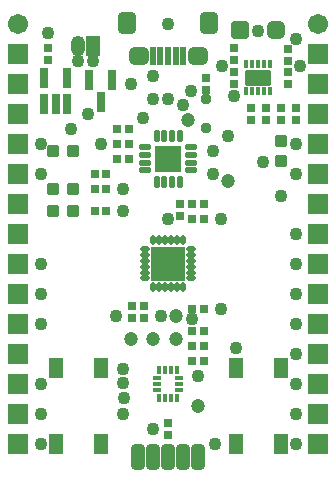
<source format=gts>
G04*
G04 #@! TF.GenerationSoftware,Altium Limited,Altium Designer,21.2.2 (38)*
G04*
G04 Layer_Color=8388736*
%FSLAX25Y25*%
%MOIN*%
G70*
G04*
G04 #@! TF.SameCoordinates,0000E620-6A5C-4488-86E2-F855693774CC*
G04*
G04*
G04 #@! TF.FilePolarity,Negative*
G04*
G01*
G75*
%ADD34R,0.02500X0.01400*%
%ADD35R,0.01400X0.02500*%
G04:AMPARAMS|DCode=39|XSize=39.89mil|YSize=20.6mil|CornerRadius=7.15mil|HoleSize=0mil|Usage=FLASHONLY|Rotation=180.000|XOffset=0mil|YOffset=0mil|HoleType=Round|Shape=RoundedRectangle|*
%AMROUNDEDRECTD39*
21,1,0.03989,0.00630,0,0,180.0*
21,1,0.02559,0.02060,0,0,180.0*
1,1,0.01430,-0.01280,0.00315*
1,1,0.01430,0.01280,0.00315*
1,1,0.01430,0.01280,-0.00315*
1,1,0.01430,-0.01280,-0.00315*
%
%ADD39ROUNDEDRECTD39*%
G04:AMPARAMS|DCode=40|XSize=39.89mil|YSize=20.6mil|CornerRadius=7.15mil|HoleSize=0mil|Usage=FLASHONLY|Rotation=270.000|XOffset=0mil|YOffset=0mil|HoleType=Round|Shape=RoundedRectangle|*
%AMROUNDEDRECTD40*
21,1,0.03989,0.00630,0,0,270.0*
21,1,0.02559,0.02060,0,0,270.0*
1,1,0.01430,-0.00315,-0.01280*
1,1,0.01430,-0.00315,0.01280*
1,1,0.01430,0.00315,0.01280*
1,1,0.01430,0.00315,-0.01280*
%
%ADD40ROUNDEDRECTD40*%
%ADD41R,0.09068X0.09068*%
%ADD42C,0.04737*%
%ADD43R,0.02965X0.06509*%
%ADD44R,0.02965X0.06509*%
%ADD45R,0.04737X0.07099*%
%ADD46R,0.02769X0.03162*%
%ADD47R,0.03162X0.02769*%
%ADD48R,0.03162X0.06706*%
G04:AMPARAMS|DCode=49|XSize=31.62mil|YSize=35.56mil|CornerRadius=6.95mil|HoleSize=0mil|Usage=FLASHONLY|Rotation=90.000|XOffset=0mil|YOffset=0mil|HoleType=Round|Shape=RoundedRectangle|*
%AMROUNDEDRECTD49*
21,1,0.03162,0.02165,0,0,90.0*
21,1,0.01772,0.03556,0,0,90.0*
1,1,0.01391,0.01083,0.00886*
1,1,0.01391,0.01083,-0.00886*
1,1,0.01391,-0.01083,-0.00886*
1,1,0.01391,-0.01083,0.00886*
%
%ADD49ROUNDEDRECTD49*%
G04:AMPARAMS|DCode=50|XSize=59.18mil|YSize=59.18mil|CornerRadius=10.4mil|HoleSize=0mil|Usage=FLASHONLY|Rotation=180.000|XOffset=0mil|YOffset=0mil|HoleType=Round|Shape=RoundedRectangle|*
%AMROUNDEDRECTD50*
21,1,0.05918,0.03839,0,0,180.0*
21,1,0.03839,0.05918,0,0,180.0*
1,1,0.02080,-0.01919,0.01919*
1,1,0.02080,0.01919,0.01919*
1,1,0.02080,0.01919,-0.01919*
1,1,0.02080,-0.01919,-0.01919*
%
%ADD50ROUNDEDRECTD50*%
G04:AMPARAMS|DCode=51|XSize=59.18mil|YSize=59.18mil|CornerRadius=16.8mil|HoleSize=0mil|Usage=FLASHONLY|Rotation=180.000|XOffset=0mil|YOffset=0mil|HoleType=Round|Shape=RoundedRectangle|*
%AMROUNDEDRECTD51*
21,1,0.05918,0.02559,0,0,180.0*
21,1,0.02559,0.05918,0,0,180.0*
1,1,0.03359,-0.01280,0.01280*
1,1,0.03359,0.01280,0.01280*
1,1,0.03359,0.01280,-0.01280*
1,1,0.03359,-0.01280,-0.01280*
%
%ADD51ROUNDEDRECTD51*%
G04:AMPARAMS|DCode=52|XSize=86.74mil|YSize=55.24mil|CornerRadius=9.91mil|HoleSize=0mil|Usage=FLASHONLY|Rotation=0.000|XOffset=0mil|YOffset=0mil|HoleType=Round|Shape=RoundedRectangle|*
%AMROUNDEDRECTD52*
21,1,0.08674,0.03543,0,0,0.0*
21,1,0.06693,0.05524,0,0,0.0*
1,1,0.01981,0.03347,-0.01772*
1,1,0.01981,-0.03347,-0.01772*
1,1,0.01981,-0.03347,0.01772*
1,1,0.01981,0.03347,0.01772*
%
%ADD52ROUNDEDRECTD52*%
%ADD53R,0.01784X0.03162*%
G04:AMPARAMS|DCode=54|XSize=39.5mil|YSize=39.5mil|CornerRadius=7.94mil|HoleSize=0mil|Usage=FLASHONLY|Rotation=270.000|XOffset=0mil|YOffset=0mil|HoleType=Round|Shape=RoundedRectangle|*
%AMROUNDEDRECTD54*
21,1,0.03950,0.02362,0,0,270.0*
21,1,0.02362,0.03950,0,0,270.0*
1,1,0.01587,-0.01181,-0.01181*
1,1,0.01587,-0.01181,0.01181*
1,1,0.01587,0.01181,0.01181*
1,1,0.01587,0.01181,-0.01181*
%
%ADD54ROUNDEDRECTD54*%
%ADD55R,0.02375X0.06115*%
G04:AMPARAMS|DCode=56|XSize=47.37mil|YSize=86.74mil|CornerRadius=13.84mil|HoleSize=0mil|Usage=FLASHONLY|Rotation=0.000|XOffset=0mil|YOffset=0mil|HoleType=Round|Shape=RoundedRectangle|*
%AMROUNDEDRECTD56*
21,1,0.04737,0.05906,0,0,0.0*
21,1,0.01968,0.08674,0,0,0.0*
1,1,0.02769,0.00984,-0.02953*
1,1,0.02769,-0.00984,-0.02953*
1,1,0.02769,-0.00984,0.02953*
1,1,0.02769,0.00984,0.02953*
%
%ADD56ROUNDEDRECTD56*%
G04:AMPARAMS|DCode=57|XSize=39.5mil|YSize=39.5mil|CornerRadius=7.94mil|HoleSize=0mil|Usage=FLASHONLY|Rotation=180.000|XOffset=0mil|YOffset=0mil|HoleType=Round|Shape=RoundedRectangle|*
%AMROUNDEDRECTD57*
21,1,0.03950,0.02362,0,0,180.0*
21,1,0.02362,0.03950,0,0,180.0*
1,1,0.01587,-0.01181,0.01181*
1,1,0.01587,0.01181,0.01181*
1,1,0.01587,0.01181,-0.01181*
1,1,0.01587,-0.01181,-0.01181*
%
%ADD57ROUNDEDRECTD57*%
%ADD58O,0.03359X0.01981*%
%ADD59O,0.01981X0.03359*%
%ADD60R,0.11824X0.11824*%
%ADD61C,0.06706*%
%ADD62R,0.06706X0.06706*%
%ADD63C,0.03950*%
%ADD64R,0.06706X0.06706*%
%ADD65O,0.04737X0.06863*%
%ADD66R,0.04737X0.06800*%
G04:AMPARAMS|DCode=67|XSize=74.93mil|YSize=63.12mil|CornerRadius=17.78mil|HoleSize=0mil|Usage=FLASHONLY|Rotation=270.000|XOffset=0mil|YOffset=0mil|HoleType=Round|Shape=RoundedRectangle|*
%AMROUNDEDRECTD67*
21,1,0.07493,0.02756,0,0,270.0*
21,1,0.03937,0.06312,0,0,270.0*
1,1,0.03556,-0.01378,-0.01968*
1,1,0.03556,-0.01378,0.01968*
1,1,0.03556,0.01378,0.01968*
1,1,0.03556,0.01378,-0.01968*
%
%ADD67ROUNDEDRECTD67*%
G04:AMPARAMS|DCode=68|XSize=68mil|YSize=57.21mil|CornerRadius=16.3mil|HoleSize=0mil|Usage=FLASHONLY|Rotation=180.000|XOffset=0mil|YOffset=0mil|HoleType=Round|Shape=RoundedRectangle|*
%AMROUNDEDRECTD68*
21,1,0.06800,0.02461,0,0,180.0*
21,1,0.03539,0.05721,0,0,180.0*
1,1,0.03261,-0.01770,0.01230*
1,1,0.03261,0.01770,0.01230*
1,1,0.03261,0.01770,-0.01230*
1,1,0.03261,-0.01770,-0.01230*
%
%ADD68ROUNDEDRECTD68*%
%ADD69C,0.04343*%
D34*
X-3650Y8032D02*
D03*
Y10000D02*
D03*
Y11969D02*
D03*
X3650D02*
D03*
Y10000D02*
D03*
Y8032D02*
D03*
D35*
X-2953Y14650D02*
D03*
X-984D02*
D03*
X984D02*
D03*
X2953D02*
D03*
Y5350D02*
D03*
X984D02*
D03*
X-984D02*
D03*
X-2953D02*
D03*
D39*
X7677Y81161D02*
D03*
Y83720D02*
D03*
Y86279D02*
D03*
Y88839D02*
D03*
X-7677D02*
D03*
Y86279D02*
D03*
Y83720D02*
D03*
Y81161D02*
D03*
D40*
X3839Y92677D02*
D03*
X1280D02*
D03*
X-1280D02*
D03*
X-3839D02*
D03*
Y77323D02*
D03*
X-1280D02*
D03*
X1280D02*
D03*
X3839D02*
D03*
D41*
X0Y85000D02*
D03*
D42*
X20000Y77500D02*
D03*
X6500Y98000D02*
D03*
X10000Y2500D02*
D03*
X-12500Y25000D02*
D03*
X-5000D02*
D03*
X2500D02*
D03*
Y32500D02*
D03*
D43*
X-41240Y103268D02*
D03*
D44*
X-37500Y103268D02*
D03*
X-33760D02*
D03*
Y111732D02*
D03*
X-41240D02*
D03*
D45*
X-22520Y-10098D02*
D03*
X-37480D02*
D03*
Y15098D02*
D03*
X-22520D02*
D03*
X22520Y15098D02*
D03*
X37480D02*
D03*
Y-10098D02*
D03*
X22520D02*
D03*
D46*
X0Y-3032D02*
D03*
Y-6968D02*
D03*
X32500Y98032D02*
D03*
Y101969D02*
D03*
X37500Y101969D02*
D03*
Y98032D02*
D03*
X12500Y108031D02*
D03*
Y111969D02*
D03*
X27500Y98032D02*
D03*
Y101969D02*
D03*
X-40000Y118032D02*
D03*
Y121968D02*
D03*
X40000Y110031D02*
D03*
Y113969D02*
D03*
X42500Y98032D02*
D03*
Y101969D02*
D03*
X40000Y117532D02*
D03*
Y121468D02*
D03*
X22000Y113969D02*
D03*
Y110031D02*
D03*
X22000Y118032D02*
D03*
Y121968D02*
D03*
X4000Y69968D02*
D03*
Y66031D02*
D03*
X-8000Y35969D02*
D03*
Y32032D02*
D03*
X-12000Y32032D02*
D03*
Y35969D02*
D03*
D47*
X-13032Y95000D02*
D03*
X-16969D02*
D03*
X-24468Y75000D02*
D03*
X-20531D02*
D03*
Y67500D02*
D03*
X-24468D02*
D03*
X-20531Y80000D02*
D03*
X-24468D02*
D03*
X-13032Y85000D02*
D03*
X-16969D02*
D03*
X-13032Y90000D02*
D03*
X-16969D02*
D03*
X8032Y65000D02*
D03*
X11969D02*
D03*
X11969Y17500D02*
D03*
X8032D02*
D03*
Y27500D02*
D03*
X11969D02*
D03*
X11969Y22500D02*
D03*
X8032D02*
D03*
X11969Y70000D02*
D03*
X8032D02*
D03*
X11969Y35000D02*
D03*
X8032D02*
D03*
D48*
X-22500Y103760D02*
D03*
X-26240Y111240D02*
D03*
X-18760D02*
D03*
D49*
X12500Y104921D02*
D03*
Y95079D02*
D03*
D50*
X23898Y128000D02*
D03*
D51*
X36102D02*
D03*
D52*
X30000Y112000D02*
D03*
D53*
X26063Y107394D02*
D03*
X28032D02*
D03*
X30000D02*
D03*
X31969D02*
D03*
X33937D02*
D03*
X26063Y116606D02*
D03*
X28032D02*
D03*
X30000D02*
D03*
X31969D02*
D03*
X33937D02*
D03*
D54*
X37500Y90847D02*
D03*
Y84153D02*
D03*
D55*
X0Y119370D02*
D03*
X-2559D02*
D03*
X-5118D02*
D03*
X2559D02*
D03*
X5118D02*
D03*
D56*
X10000Y-14500D02*
D03*
X5000D02*
D03*
X0D02*
D03*
X-5000D02*
D03*
X-10000D02*
D03*
D57*
X-31653Y87500D02*
D03*
X-38346D02*
D03*
Y75000D02*
D03*
X-31653D02*
D03*
X-38346Y67500D02*
D03*
X-31653D02*
D03*
D58*
X7776Y45079D02*
D03*
Y47047D02*
D03*
Y49016D02*
D03*
Y50984D02*
D03*
Y52953D02*
D03*
Y54921D02*
D03*
X-7776D02*
D03*
Y52953D02*
D03*
Y50984D02*
D03*
Y49016D02*
D03*
Y47047D02*
D03*
Y45079D02*
D03*
D59*
X4921Y57776D02*
D03*
X2953D02*
D03*
X984D02*
D03*
X-984D02*
D03*
X-2953D02*
D03*
X-4921D02*
D03*
Y42224D02*
D03*
X-2953D02*
D03*
X-984D02*
D03*
X984D02*
D03*
X2953D02*
D03*
X4921D02*
D03*
D60*
X0Y50000D02*
D03*
D61*
X-50000Y130000D02*
D03*
X50000D02*
D03*
D62*
X-50000Y40000D02*
D03*
X50000Y0D02*
D03*
X50000Y80000D02*
D03*
X50000Y-10000D02*
D03*
X-50000Y0D02*
D03*
Y110000D02*
D03*
Y100000D02*
D03*
X50000Y30000D02*
D03*
Y20000D02*
D03*
Y10000D02*
D03*
Y40000D02*
D03*
Y50000D02*
D03*
Y60000D02*
D03*
Y70000D02*
D03*
Y110000D02*
D03*
X-50000Y120000D02*
D03*
X50000Y100000D02*
D03*
X-50000Y10000D02*
D03*
Y20000D02*
D03*
Y30000D02*
D03*
Y50000D02*
D03*
Y60000D02*
D03*
Y70000D02*
D03*
Y80000D02*
D03*
Y90000D02*
D03*
Y-10000D02*
D03*
D63*
X30000Y112000D02*
D03*
D64*
X50000Y120000D02*
D03*
Y90000D02*
D03*
D65*
X-29961Y122500D02*
D03*
D66*
X-25039D02*
D03*
D67*
X-13780Y130098D02*
D03*
X13780D02*
D03*
D68*
X-9843Y119370D02*
D03*
X9843D02*
D03*
D69*
X-15000Y75000D02*
D03*
X5000Y103000D02*
D03*
X22500Y22000D02*
D03*
X31500Y84000D02*
D03*
X20000Y92500D02*
D03*
X-32500Y95000D02*
D03*
X-17500Y32500D02*
D03*
X17500Y34752D02*
D03*
X-15000Y15000D02*
D03*
X42500Y40000D02*
D03*
X-22500Y90000D02*
D03*
X0Y130000D02*
D03*
X-8500Y98500D02*
D03*
X-42500Y90000D02*
D03*
Y80000D02*
D03*
Y50000D02*
D03*
Y40000D02*
D03*
Y30000D02*
D03*
Y10000D02*
D03*
Y0D02*
D03*
X42500Y90000D02*
D03*
Y80000D02*
D03*
Y-10000D02*
D03*
Y0D02*
D03*
Y10000D02*
D03*
Y20000D02*
D03*
Y50000D02*
D03*
Y60000D02*
D03*
X22000Y105748D02*
D03*
X0Y105000D02*
D03*
X-5000D02*
D03*
X2500Y32500D02*
D03*
X-15063Y10062D02*
D03*
X-14821Y5216D02*
D03*
X-15000Y0D02*
D03*
X15500Y-10000D02*
D03*
X-5000Y-5000D02*
D03*
X-2500Y32500D02*
D03*
X10000Y2500D02*
D03*
X2500Y25000D02*
D03*
X-5000D02*
D03*
X-12500D02*
D03*
X-30000Y117500D02*
D03*
X-25000D02*
D03*
X-42500Y-10000D02*
D03*
X7500Y107500D02*
D03*
X15000Y87500D02*
D03*
X42500Y30000D02*
D03*
X37500Y72500D02*
D03*
X-40000Y126752D02*
D03*
X30000Y127500D02*
D03*
X-5000Y112500D02*
D03*
X0Y85000D02*
D03*
X-15000Y67500D02*
D03*
X-26648Y100000D02*
D03*
X0Y65000D02*
D03*
X-12500Y110000D02*
D03*
X15000Y80000D02*
D03*
X17500Y65000D02*
D03*
X42500Y125000D02*
D03*
X44000Y116000D02*
D03*
X18000D02*
D03*
X8000Y31500D02*
D03*
X10000Y12500D02*
D03*
X-2362Y47638D02*
D03*
X2362D02*
D03*
Y52362D02*
D03*
X-2362D02*
D03*
M02*

</source>
